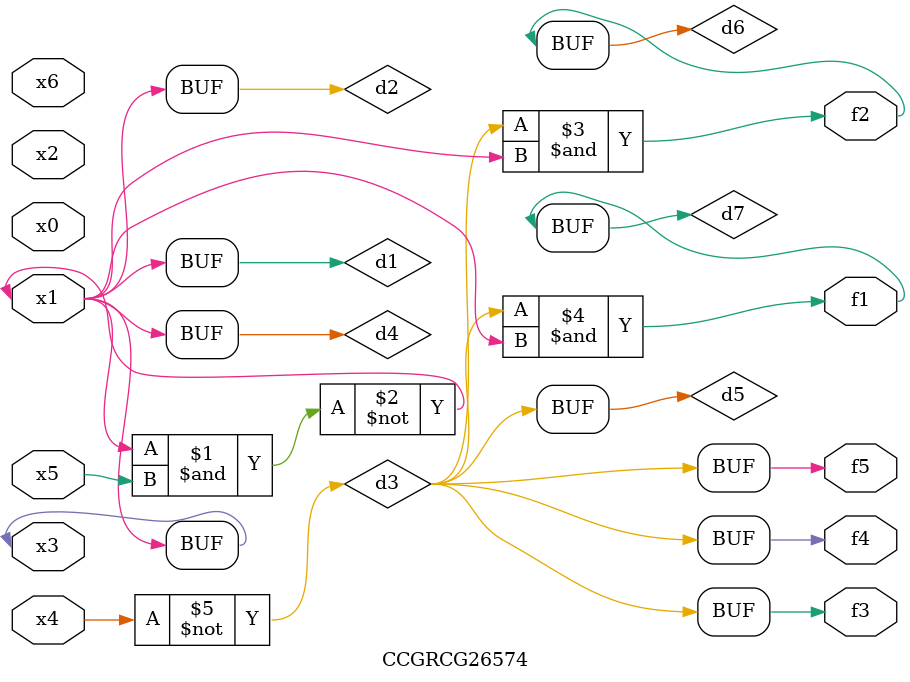
<source format=v>
module CCGRCG26574(
	input x0, x1, x2, x3, x4, x5, x6,
	output f1, f2, f3, f4, f5
);

	wire d1, d2, d3, d4, d5, d6, d7;

	buf (d1, x1, x3);
	nand (d2, x1, x5);
	not (d3, x4);
	buf (d4, d1, d2);
	buf (d5, d3);
	and (d6, d3, d4);
	and (d7, d3, d4);
	assign f1 = d7;
	assign f2 = d6;
	assign f3 = d5;
	assign f4 = d5;
	assign f5 = d5;
endmodule

</source>
